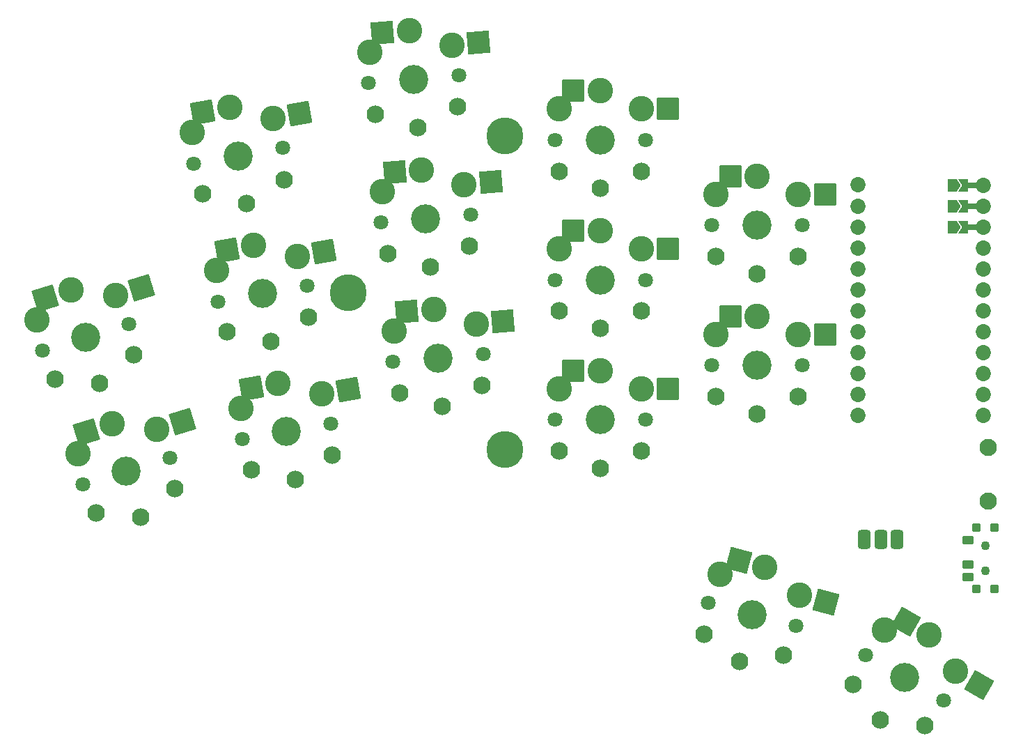
<source format=gbs>
%TF.GenerationSoftware,KiCad,Pcbnew,(6.0.4)*%
%TF.CreationDate,2022-05-08T19:11:06+02:00*%
%TF.ProjectId,battoota-curvy,62617474-6f6f-4746-912d-63757276792e,v1.0.0*%
%TF.SameCoordinates,Original*%
%TF.FileFunction,Soldermask,Bot*%
%TF.FilePolarity,Negative*%
%FSLAX46Y46*%
G04 Gerber Fmt 4.6, Leading zero omitted, Abs format (unit mm)*
G04 Created by KiCad (PCBNEW (6.0.4)) date 2022-05-08 19:11:06*
%MOMM*%
%LPD*%
G01*
G04 APERTURE LIST*
G04 Aperture macros list*
%AMRoundRect*
0 Rectangle with rounded corners*
0 $1 Rounding radius*
0 $2 $3 $4 $5 $6 $7 $8 $9 X,Y pos of 4 corners*
0 Add a 4 corners polygon primitive as box body*
4,1,4,$2,$3,$4,$5,$6,$7,$8,$9,$2,$3,0*
0 Add four circle primitives for the rounded corners*
1,1,$1+$1,$2,$3*
1,1,$1+$1,$4,$5*
1,1,$1+$1,$6,$7*
1,1,$1+$1,$8,$9*
0 Add four rect primitives between the rounded corners*
20,1,$1+$1,$2,$3,$4,$5,0*
20,1,$1+$1,$4,$5,$6,$7,0*
20,1,$1+$1,$6,$7,$8,$9,0*
20,1,$1+$1,$8,$9,$2,$3,0*%
%AMFreePoly0*
4,1,16,0.685355,0.785355,0.700000,0.750000,0.691603,0.722265,0.210093,0.000000,0.691603,-0.722265,0.699029,-0.759806,0.677735,-0.791603,0.650000,-0.800000,-0.500000,-0.800000,-0.535355,-0.785355,-0.550000,-0.750000,-0.550000,0.750000,-0.535355,0.785355,-0.500000,0.800000,0.650000,0.800000,0.685355,0.785355,0.685355,0.785355,$1*%
%AMFreePoly1*
4,1,16,0.535355,0.785355,0.550000,0.750000,0.550000,-0.750000,0.535355,-0.785355,0.500000,-0.800000,-0.500000,-0.800000,-0.535355,-0.785355,-0.541603,-0.777735,-1.041603,-0.027735,-1.049029,0.009806,-1.041603,0.027735,-0.541603,0.777735,-0.509806,0.799029,-0.500000,0.800000,0.500000,0.800000,0.535355,0.785355,0.535355,0.785355,$1*%
G04 Aperture macros list end*
%ADD10C,1.801800*%
%ADD11C,3.100000*%
%ADD12C,3.529000*%
%ADD13RoundRect,0.050000X-0.863113X-1.623279X1.623279X-0.863113X0.863113X1.623279X-1.623279X0.863113X0*%
%ADD14RoundRect,0.425000X-0.375000X-0.750000X0.375000X-0.750000X0.375000X0.750000X-0.375000X0.750000X0*%
%ADD15C,2.100000*%
%ADD16RoundRect,0.050000X-1.054507X-1.505993X1.505993X-1.054507X1.054507X1.505993X-1.505993X1.054507X0*%
%ADD17C,2.132000*%
%ADD18RoundRect,0.050000X-1.181751X-1.408356X1.408356X-1.181751X1.181751X1.408356X-1.408356X1.181751X0*%
%ADD19RoundRect,0.050000X-1.300000X-1.300000X1.300000X-1.300000X1.300000X1.300000X-1.300000X1.300000X0*%
%ADD20RoundRect,0.050000X-1.775833X-0.475833X0.475833X-1.775833X1.775833X0.475833X-0.475833X1.775833X0*%
%ADD21RoundRect,0.050000X-0.450000X0.450000X-0.450000X-0.450000X0.450000X-0.450000X0.450000X0.450000X0*%
%ADD22C,1.100000*%
%ADD23RoundRect,0.050000X-0.625000X0.450000X-0.625000X-0.450000X0.625000X-0.450000X0.625000X0.450000X0*%
%ADD24RoundRect,0.050000X-1.592168X-0.919239X0.919239X-1.592168X1.592168X0.919239X-0.919239X1.592168X0*%
%ADD25C,1.852600*%
%ADD26FreePoly0,180.000000*%
%ADD27RoundRect,0.050000X-0.762000X0.250000X-0.762000X-0.250000X0.762000X-0.250000X0.762000X0.250000X0*%
%ADD28FreePoly1,180.000000*%
%ADD29C,4.500000*%
G04 APERTURE END LIST*
D10*
%TO.C,S3*%
X52552902Y64864738D03*
D11*
X51934660Y68597066D03*
D12*
X57812578Y66472782D03*
D11*
X61497708Y71520783D03*
X56072966Y72162795D03*
X56072966Y72162795D03*
D10*
X63072254Y68080826D03*
D13*
X52941068Y71205278D03*
X64629606Y72478301D03*
%TD*%
D14*
%TO.C,PAD1*%
X151545396Y58163682D03*
X149545396Y58163682D03*
X147545396Y58163682D03*
%TD*%
D15*
%TO.C,B1*%
X162560000Y69290000D03*
X162560000Y62790000D03*
%TD*%
D11*
%TO.C,S11*%
X75659968Y109306337D03*
X70353903Y110604673D03*
X70353903Y110604673D03*
D10*
X65970667Y103790002D03*
D11*
X65811891Y107569855D03*
D12*
X71387110Y104745067D03*
D10*
X76803553Y105700132D03*
D16*
X67128658Y110035975D03*
X78885213Y109875035D03*
%TD*%
D10*
%TO.C,S34*%
X157191785Y38610213D03*
D12*
X152428645Y41360213D03*
D10*
X147665505Y44110213D03*
D17*
X146198518Y40569316D03*
X154858772Y35569316D03*
X149478645Y36250663D03*
X149478645Y36250663D03*
%TD*%
D12*
%TO.C,S15*%
X94221643Y97114167D03*
D10*
X99700714Y97593524D03*
D11*
X98875782Y101285676D03*
X93703066Y103041525D03*
X93703066Y103041525D03*
X88913835Y100414118D03*
D10*
X88742572Y96634810D03*
D18*
X90440529Y102756090D03*
X102138320Y101571111D03*
%TD*%
D11*
%TO.C,S21*%
X115411087Y95636017D03*
D10*
X109911087Y89686017D03*
D11*
X115411087Y95636017D03*
X120411087Y93436017D03*
D10*
X120911087Y89686017D03*
D11*
X110411087Y93436017D03*
D12*
X115411087Y89686017D03*
D19*
X112136087Y95636017D03*
X123686087Y93436017D03*
%TD*%
D10*
%TO.C,S8*%
X71874705Y70306538D03*
X82707591Y72216668D03*
D12*
X77291148Y71261603D03*
D17*
X73026972Y66651093D03*
X82875050Y68387574D03*
X78315672Y65451237D03*
X78315672Y65451237D03*
%TD*%
D12*
%TO.C,S14*%
X95703291Y80178857D03*
D10*
X101182362Y80658214D03*
X90224220Y79699500D03*
D17*
X91053509Y75957538D03*
X101015456Y76829096D03*
X96217510Y74301308D03*
X96217510Y74301308D03*
%TD*%
D12*
%TO.C,S20*%
X115411087Y72686017D03*
D10*
X109911087Y72686017D03*
X120911087Y72686017D03*
D17*
X120411087Y68886017D03*
X110411087Y68886017D03*
X115411087Y66786017D03*
X115411087Y66786017D03*
%TD*%
D10*
%TO.C,S28*%
X129017334Y79310985D03*
X140017334Y79310985D03*
D12*
X134517334Y79310985D03*
D17*
X129517334Y75510985D03*
X139517334Y75510985D03*
X134517334Y73410985D03*
X134517334Y73410985D03*
%TD*%
D11*
%TO.C,S29*%
X134517334Y102260985D03*
X134517334Y102260985D03*
D10*
X140017334Y96310985D03*
D12*
X134517334Y96310985D03*
D11*
X139517334Y100060985D03*
X129517334Y100060985D03*
D10*
X129017334Y96310985D03*
D19*
X131242334Y102260985D03*
X142792334Y100060985D03*
%TD*%
D12*
%TO.C,S33*%
X152428645Y41360213D03*
D11*
X155403645Y46513064D03*
X149973518Y47107808D03*
D10*
X147665505Y44110213D03*
D11*
X155403645Y46513064D03*
X158633772Y42107808D03*
D10*
X157191785Y38610213D03*
D20*
X152567412Y48150564D03*
X161470005Y40470308D03*
%TD*%
D11*
%TO.C,S7*%
X71715929Y74086391D03*
X81564006Y75822873D03*
X76257941Y77121209D03*
D10*
X71874705Y70306538D03*
D11*
X76257941Y77121209D03*
D10*
X82707591Y72216668D03*
D12*
X77291148Y71261603D03*
D16*
X73032696Y76552511D03*
X84789251Y76391571D03*
%TD*%
D21*
%TO.C,T2*%
X163342148Y52149495D03*
X163342148Y59549495D03*
X161142148Y52149495D03*
X161142148Y59549495D03*
D22*
X162242148Y57349495D03*
X162242148Y54349495D03*
D23*
X160167148Y58099495D03*
X160167148Y55099495D03*
X160167148Y53599495D03*
%TD*%
D12*
%TO.C,S5*%
X52842259Y82729963D03*
D10*
X58101935Y84338007D03*
D11*
X51102647Y88419976D03*
X51102647Y88419976D03*
D10*
X47582583Y81121919D03*
D11*
X46964341Y84854247D03*
X56527389Y87777964D03*
D13*
X47970749Y87462459D03*
X59659287Y88735482D03*
%TD*%
D11*
%TO.C,S27*%
X129517334Y83060985D03*
D10*
X140017334Y79310985D03*
D12*
X134517334Y79310985D03*
D11*
X139517334Y83060985D03*
X134517334Y85260985D03*
X134517334Y85260985D03*
D10*
X129017334Y79310985D03*
D19*
X131242334Y85260985D03*
X142792334Y83060985D03*
%TD*%
D11*
%TO.C,S9*%
X68763910Y90828123D03*
D12*
X74339129Y88003335D03*
D11*
X73305922Y93862941D03*
X78611987Y92564605D03*
D10*
X68922686Y87048270D03*
D11*
X73305922Y93862941D03*
D10*
X79755572Y88958400D03*
D16*
X70080677Y93294243D03*
X81837232Y93133303D03*
%TD*%
D10*
%TO.C,S16*%
X99700714Y97593524D03*
D12*
X94221643Y97114167D03*
D10*
X88742572Y96634810D03*
D17*
X99533808Y93764406D03*
X89571861Y92892848D03*
X94735862Y91236618D03*
X94735862Y91236618D03*
%TD*%
D10*
%TO.C,S30*%
X140017334Y96310985D03*
X129017334Y96310985D03*
D12*
X134517334Y96310985D03*
D17*
X139517334Y92510985D03*
X129517334Y92510985D03*
X134517334Y90410985D03*
X134517334Y90410985D03*
%TD*%
D10*
%TO.C,S13*%
X90224220Y79699500D03*
X101182362Y80658214D03*
D12*
X95703291Y80178857D03*
D11*
X95184714Y86106215D03*
X100357430Y84350366D03*
X95184714Y86106215D03*
X90395483Y83478808D03*
D18*
X91922177Y85820780D03*
X103619968Y84635801D03*
%TD*%
D10*
%TO.C,S24*%
X109911087Y106686017D03*
X120911087Y106686017D03*
D12*
X115411087Y106686017D03*
D17*
X110411087Y102886017D03*
X120411087Y102886017D03*
X115411087Y100786017D03*
X115411087Y100786017D03*
%TD*%
D10*
%TO.C,S17*%
X87260925Y113570120D03*
D12*
X92739996Y114049477D03*
D10*
X98219067Y114528834D03*
D11*
X87432188Y117349428D03*
X97394135Y118220986D03*
X92221419Y119976835D03*
X92221419Y119976835D03*
D18*
X88958882Y119691400D03*
X100656673Y118506421D03*
%TD*%
D10*
%TO.C,S4*%
X52552902Y64864738D03*
X63072254Y68080826D03*
D12*
X57812578Y66472782D03*
D17*
X54142067Y61376965D03*
X63705114Y64300682D03*
X59537571Y60830584D03*
X59537571Y60830584D03*
%TD*%
D10*
%TO.C,S10*%
X79755572Y88958400D03*
X68922686Y87048270D03*
D12*
X74339129Y88003335D03*
D17*
X70074953Y83392825D03*
X79923031Y85129306D03*
X75363653Y82192969D03*
X75363653Y82192969D03*
%TD*%
D10*
%TO.C,S22*%
X109911087Y89686017D03*
X120911087Y89686017D03*
D12*
X115411087Y89686017D03*
D17*
X110411087Y85886017D03*
X120411087Y85886017D03*
X115411087Y83786017D03*
X115411087Y83786017D03*
%TD*%
D12*
%TO.C,S31*%
X133891046Y49038738D03*
D10*
X128578454Y50462243D03*
D11*
X135431019Y54785997D03*
X139691247Y51366865D03*
X135431019Y54785997D03*
X130031988Y53955055D03*
D10*
X139203638Y47615233D03*
D24*
X132267612Y55633629D03*
X142854654Y50519232D03*
%TD*%
D25*
%TO.C,MCU1*%
X161977213Y98602542D03*
D26*
X159643690Y98602542D03*
D25*
X161977213Y96062542D03*
D27*
X160593690Y101142542D03*
D25*
X146737213Y96062542D03*
D27*
X160593690Y98602542D03*
X160593690Y96062542D03*
D26*
X159643690Y96062542D03*
X159643690Y101142542D03*
D25*
X146737213Y101226288D03*
X161977213Y101142542D03*
X146737213Y98602542D03*
D28*
X158193690Y101142542D03*
X158193690Y98602542D03*
X158193690Y96062542D03*
D25*
X146737213Y93522542D03*
X146737213Y90982542D03*
X146737213Y88442542D03*
X146737213Y85902542D03*
X146737213Y83362542D03*
X146737213Y80822542D03*
X146737213Y78282542D03*
X146737213Y75742542D03*
X146737213Y73202542D03*
X161977213Y93522542D03*
X161977213Y90982542D03*
X161977213Y88442542D03*
X161977213Y85902542D03*
X161977213Y83362542D03*
X161977213Y80822542D03*
X161977213Y78282542D03*
X161977213Y75742542D03*
X161977213Y73202542D03*
%TD*%
D10*
%TO.C,S32*%
X139203638Y47615233D03*
D12*
X133891046Y49038738D03*
D10*
X128578454Y50462243D03*
D17*
X137737163Y44074125D03*
X128077904Y46662315D03*
X132364014Y43339776D03*
X132364014Y43339776D03*
%TD*%
D29*
%TO.C,REF\u002A\u002A*%
X84747220Y88141427D03*
X103797220Y69091427D03*
X103797220Y107191427D03*
%TD*%
D12*
%TO.C,S12*%
X71387110Y104745067D03*
D10*
X65970667Y103790002D03*
X76803553Y105700132D03*
D17*
X76971012Y101871038D03*
X67122934Y100134557D03*
X72411634Y98934701D03*
X72411634Y98934701D03*
%TD*%
D12*
%TO.C,S23*%
X115411087Y106686017D03*
D10*
X120911087Y106686017D03*
D11*
X115411087Y112636017D03*
X115411087Y112636017D03*
X110411087Y110436017D03*
X120411087Y110436017D03*
D10*
X109911087Y106686017D03*
D19*
X112136087Y112636017D03*
X123686087Y110436017D03*
%TD*%
D10*
%TO.C,S6*%
X47582583Y81121919D03*
X58101935Y84338007D03*
D12*
X52842259Y82729963D03*
D17*
X49171748Y77634146D03*
X58734795Y80557863D03*
X54567252Y77087765D03*
X54567252Y77087765D03*
%TD*%
D12*
%TO.C,S19*%
X115411087Y72686017D03*
D11*
X115411087Y78636017D03*
X110411087Y76436017D03*
D10*
X120911087Y72686017D03*
X109911087Y72686017D03*
D11*
X120411087Y76436017D03*
X115411087Y78636017D03*
D19*
X112136087Y78636017D03*
X123686087Y76436017D03*
%TD*%
D10*
%TO.C,S18*%
X98219067Y114528834D03*
D12*
X92739996Y114049477D03*
D10*
X87260925Y113570120D03*
D17*
X88090214Y109828158D03*
X98052161Y110699716D03*
X93254215Y108171928D03*
X93254215Y108171928D03*
%TD*%
M02*

</source>
